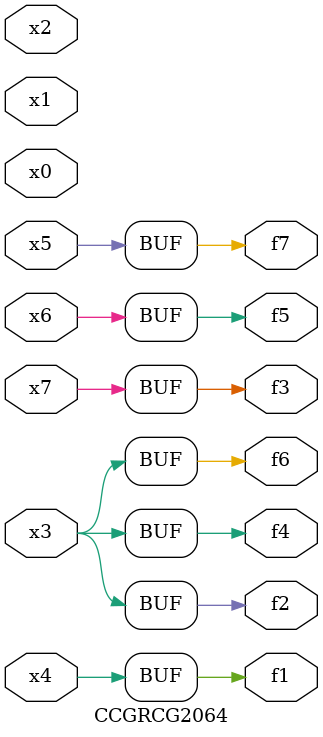
<source format=v>
module CCGRCG2064(
	input x0, x1, x2, x3, x4, x5, x6, x7,
	output f1, f2, f3, f4, f5, f6, f7
);
	assign f1 = x4;
	assign f2 = x3;
	assign f3 = x7;
	assign f4 = x3;
	assign f5 = x6;
	assign f6 = x3;
	assign f7 = x5;
endmodule

</source>
